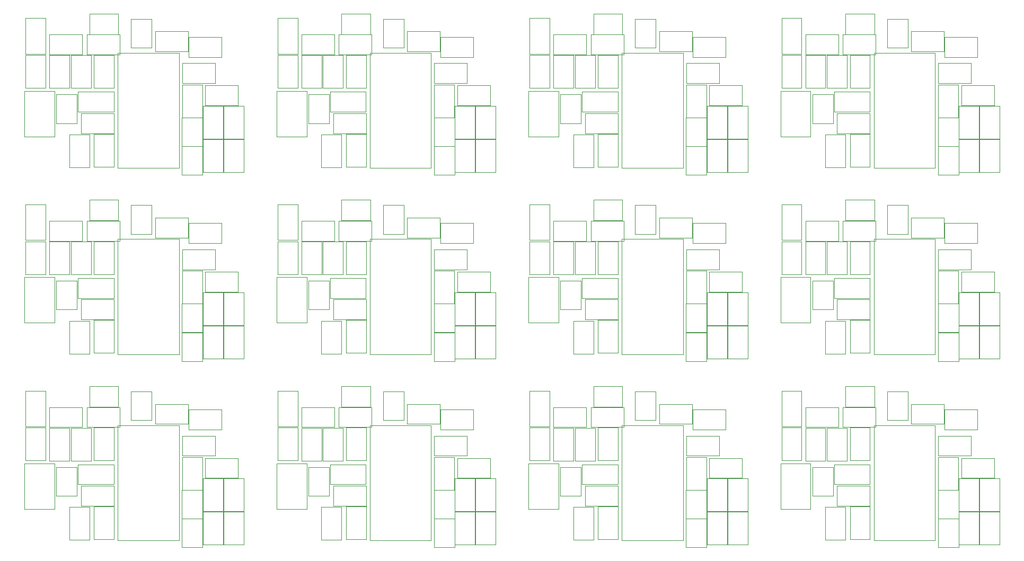
<source format=gbr>
G04 #@! TF.FileFunction,Other,User*
%FSLAX46Y46*%
G04 Gerber Fmt 4.6, Leading zero omitted, Abs format (unit mm)*
G04 Created by KiCad (PCBNEW 4.0.6-e0-6349~53~ubuntu16.04.1) date Sat Mar 11 21:42:00 2017*
%MOMM*%
%LPD*%
G01*
G04 APERTURE LIST*
%ADD10C,0.100000*%
%ADD11C,0.050000*%
G04 APERTURE END LIST*
D10*
D11*
X143249920Y-87329300D02*
X139949920Y-87329300D01*
X139949920Y-87329300D02*
X139949920Y-91929300D01*
X139949920Y-91929300D02*
X143249920Y-91929300D01*
X143249920Y-91929300D02*
X143249920Y-87329300D01*
X135046920Y-80835300D02*
X138246920Y-80835300D01*
X138246920Y-80835300D02*
X138246920Y-75135300D01*
X138246920Y-75135300D02*
X135046920Y-75135300D01*
X135046920Y-75135300D02*
X135046920Y-80835300D01*
X143428920Y-86906300D02*
X143428920Y-90106300D01*
X143428920Y-90106300D02*
X149128920Y-90106300D01*
X149128920Y-90106300D02*
X149128920Y-86906300D01*
X149128920Y-86906300D02*
X143428920Y-86906300D01*
X165297920Y-85534300D02*
X165297920Y-82334300D01*
X165297920Y-82334300D02*
X160047920Y-82334300D01*
X160047920Y-82334300D02*
X160047920Y-85534300D01*
X160047920Y-85534300D02*
X165297920Y-85534300D01*
X161081920Y-78143300D02*
X161081920Y-81343300D01*
X161081920Y-81343300D02*
X166331920Y-81343300D01*
X166331920Y-81343300D02*
X166331920Y-78143300D01*
X166331920Y-78143300D02*
X161081920Y-78143300D01*
X155747920Y-77254300D02*
X155747920Y-80454300D01*
X155747920Y-80454300D02*
X160997920Y-80454300D01*
X160997920Y-80454300D02*
X160997920Y-77254300D01*
X160997920Y-77254300D02*
X155747920Y-77254300D01*
X163748920Y-85890300D02*
X163748920Y-89090300D01*
X163748920Y-89090300D02*
X168998920Y-89090300D01*
X168998920Y-89090300D02*
X168998920Y-85890300D01*
X168998920Y-85890300D02*
X163748920Y-85890300D01*
X163367920Y-99758300D02*
X166567920Y-99758300D01*
X166567920Y-99758300D02*
X166567920Y-94508300D01*
X166567920Y-94508300D02*
X163367920Y-94508300D01*
X163367920Y-94508300D02*
X163367920Y-99758300D01*
X166669920Y-94424300D02*
X169869920Y-94424300D01*
X169869920Y-94424300D02*
X169869920Y-89174300D01*
X169869920Y-89174300D02*
X166669920Y-89174300D01*
X166669920Y-89174300D02*
X166669920Y-94424300D01*
X160065920Y-90995300D02*
X163265920Y-90995300D01*
X163265920Y-90995300D02*
X163265920Y-85745300D01*
X163265920Y-85745300D02*
X160065920Y-85745300D01*
X160065920Y-85745300D02*
X160065920Y-90995300D01*
X163367920Y-94424300D02*
X166567920Y-94424300D01*
X166567920Y-94424300D02*
X166567920Y-89174300D01*
X166567920Y-89174300D02*
X163367920Y-89174300D01*
X163367920Y-89174300D02*
X163367920Y-94424300D01*
X166669920Y-99758300D02*
X169869920Y-99758300D01*
X169869920Y-99758300D02*
X169869920Y-94508300D01*
X169869920Y-94508300D02*
X166669920Y-94508300D01*
X166669920Y-94508300D02*
X166669920Y-99758300D01*
X145968920Y-98869300D02*
X149168920Y-98869300D01*
X149168920Y-98869300D02*
X149168920Y-93619300D01*
X149168920Y-93619300D02*
X145968920Y-93619300D01*
X145968920Y-93619300D02*
X145968920Y-98869300D01*
X142031920Y-98996300D02*
X145231920Y-98996300D01*
X145231920Y-98996300D02*
X145231920Y-93746300D01*
X145231920Y-93746300D02*
X142031920Y-93746300D01*
X142031920Y-93746300D02*
X142031920Y-98996300D01*
X149168920Y-93535300D02*
X149168920Y-90335300D01*
X149168920Y-90335300D02*
X143918920Y-90335300D01*
X143918920Y-90335300D02*
X143918920Y-93535300D01*
X143918920Y-93535300D02*
X149168920Y-93535300D01*
X145968920Y-86296300D02*
X149168920Y-86296300D01*
X149168920Y-86296300D02*
X149168920Y-81046300D01*
X149168920Y-81046300D02*
X145968920Y-81046300D01*
X145968920Y-81046300D02*
X145968920Y-86296300D01*
X145485920Y-81064300D02*
X142285920Y-81064300D01*
X142285920Y-81064300D02*
X142285920Y-86314300D01*
X142285920Y-86314300D02*
X145485920Y-86314300D01*
X145485920Y-86314300D02*
X145485920Y-81064300D01*
X144825920Y-77762300D02*
X144825920Y-80962300D01*
X144825920Y-80962300D02*
X150075920Y-80962300D01*
X150075920Y-80962300D02*
X150075920Y-77762300D01*
X150075920Y-77762300D02*
X144825920Y-77762300D01*
X138856920Y-77762300D02*
X138856920Y-80962300D01*
X138856920Y-80962300D02*
X144106920Y-80962300D01*
X144106920Y-80962300D02*
X144106920Y-77762300D01*
X144106920Y-77762300D02*
X138856920Y-77762300D01*
X135046920Y-86296300D02*
X138246920Y-86296300D01*
X138246920Y-86296300D02*
X138246920Y-81046300D01*
X138246920Y-81046300D02*
X135046920Y-81046300D01*
X135046920Y-81046300D02*
X135046920Y-86296300D01*
X142056920Y-81064300D02*
X138856920Y-81064300D01*
X138856920Y-81064300D02*
X138856920Y-86314300D01*
X138856920Y-86314300D02*
X142056920Y-86314300D01*
X142056920Y-86314300D02*
X142056920Y-81064300D01*
X149770920Y-80683300D02*
X149770920Y-99083300D01*
X149770920Y-99083300D02*
X159570920Y-99083300D01*
X159570920Y-99083300D02*
X159570920Y-80683300D01*
X159570920Y-80683300D02*
X149770920Y-80683300D01*
X139681920Y-86771300D02*
X139681920Y-94051300D01*
X139681920Y-86771300D02*
X134881920Y-86771300D01*
X134881920Y-94051300D02*
X139681920Y-94051300D01*
X134881920Y-94051300D02*
X134881920Y-86771300D01*
X163315920Y-91012300D02*
X160015920Y-91012300D01*
X160015920Y-91012300D02*
X160015920Y-95612300D01*
X160015920Y-95612300D02*
X163315920Y-95612300D01*
X163315920Y-95612300D02*
X163315920Y-91012300D01*
X155187920Y-75264300D02*
X151887920Y-75264300D01*
X151887920Y-75264300D02*
X151887920Y-79864300D01*
X151887920Y-79864300D02*
X155187920Y-79864300D01*
X155187920Y-79864300D02*
X155187920Y-75264300D01*
X145248920Y-74410300D02*
X145248920Y-77710300D01*
X145248920Y-77710300D02*
X149848920Y-77710300D01*
X149848920Y-77710300D02*
X149848920Y-74410300D01*
X149848920Y-74410300D02*
X145248920Y-74410300D01*
X163315920Y-95584300D02*
X160015920Y-95584300D01*
X160015920Y-95584300D02*
X160015920Y-100184300D01*
X160015920Y-100184300D02*
X163315920Y-100184300D01*
X163315920Y-100184300D02*
X163315920Y-95584300D01*
X123059460Y-95584300D02*
X119759460Y-95584300D01*
X119759460Y-95584300D02*
X119759460Y-100184300D01*
X119759460Y-100184300D02*
X123059460Y-100184300D01*
X123059460Y-100184300D02*
X123059460Y-95584300D01*
X104992460Y-74410300D02*
X104992460Y-77710300D01*
X104992460Y-77710300D02*
X109592460Y-77710300D01*
X109592460Y-77710300D02*
X109592460Y-74410300D01*
X109592460Y-74410300D02*
X104992460Y-74410300D01*
X114931460Y-75264300D02*
X111631460Y-75264300D01*
X111631460Y-75264300D02*
X111631460Y-79864300D01*
X111631460Y-79864300D02*
X114931460Y-79864300D01*
X114931460Y-79864300D02*
X114931460Y-75264300D01*
X123059460Y-91012300D02*
X119759460Y-91012300D01*
X119759460Y-91012300D02*
X119759460Y-95612300D01*
X119759460Y-95612300D02*
X123059460Y-95612300D01*
X123059460Y-95612300D02*
X123059460Y-91012300D01*
X99425460Y-86771300D02*
X99425460Y-94051300D01*
X99425460Y-86771300D02*
X94625460Y-86771300D01*
X94625460Y-94051300D02*
X99425460Y-94051300D01*
X94625460Y-94051300D02*
X94625460Y-86771300D01*
X109514460Y-80683300D02*
X109514460Y-99083300D01*
X109514460Y-99083300D02*
X119314460Y-99083300D01*
X119314460Y-99083300D02*
X119314460Y-80683300D01*
X119314460Y-80683300D02*
X109514460Y-80683300D01*
X101800460Y-81064300D02*
X98600460Y-81064300D01*
X98600460Y-81064300D02*
X98600460Y-86314300D01*
X98600460Y-86314300D02*
X101800460Y-86314300D01*
X101800460Y-86314300D02*
X101800460Y-81064300D01*
X94790460Y-86296300D02*
X97990460Y-86296300D01*
X97990460Y-86296300D02*
X97990460Y-81046300D01*
X97990460Y-81046300D02*
X94790460Y-81046300D01*
X94790460Y-81046300D02*
X94790460Y-86296300D01*
X98600460Y-77762300D02*
X98600460Y-80962300D01*
X98600460Y-80962300D02*
X103850460Y-80962300D01*
X103850460Y-80962300D02*
X103850460Y-77762300D01*
X103850460Y-77762300D02*
X98600460Y-77762300D01*
X104569460Y-77762300D02*
X104569460Y-80962300D01*
X104569460Y-80962300D02*
X109819460Y-80962300D01*
X109819460Y-80962300D02*
X109819460Y-77762300D01*
X109819460Y-77762300D02*
X104569460Y-77762300D01*
X105229460Y-81064300D02*
X102029460Y-81064300D01*
X102029460Y-81064300D02*
X102029460Y-86314300D01*
X102029460Y-86314300D02*
X105229460Y-86314300D01*
X105229460Y-86314300D02*
X105229460Y-81064300D01*
X105712460Y-86296300D02*
X108912460Y-86296300D01*
X108912460Y-86296300D02*
X108912460Y-81046300D01*
X108912460Y-81046300D02*
X105712460Y-81046300D01*
X105712460Y-81046300D02*
X105712460Y-86296300D01*
X108912460Y-93535300D02*
X108912460Y-90335300D01*
X108912460Y-90335300D02*
X103662460Y-90335300D01*
X103662460Y-90335300D02*
X103662460Y-93535300D01*
X103662460Y-93535300D02*
X108912460Y-93535300D01*
X101775460Y-98996300D02*
X104975460Y-98996300D01*
X104975460Y-98996300D02*
X104975460Y-93746300D01*
X104975460Y-93746300D02*
X101775460Y-93746300D01*
X101775460Y-93746300D02*
X101775460Y-98996300D01*
X105712460Y-98869300D02*
X108912460Y-98869300D01*
X108912460Y-98869300D02*
X108912460Y-93619300D01*
X108912460Y-93619300D02*
X105712460Y-93619300D01*
X105712460Y-93619300D02*
X105712460Y-98869300D01*
X126413460Y-99758300D02*
X129613460Y-99758300D01*
X129613460Y-99758300D02*
X129613460Y-94508300D01*
X129613460Y-94508300D02*
X126413460Y-94508300D01*
X126413460Y-94508300D02*
X126413460Y-99758300D01*
X123111460Y-94424300D02*
X126311460Y-94424300D01*
X126311460Y-94424300D02*
X126311460Y-89174300D01*
X126311460Y-89174300D02*
X123111460Y-89174300D01*
X123111460Y-89174300D02*
X123111460Y-94424300D01*
X119809460Y-90995300D02*
X123009460Y-90995300D01*
X123009460Y-90995300D02*
X123009460Y-85745300D01*
X123009460Y-85745300D02*
X119809460Y-85745300D01*
X119809460Y-85745300D02*
X119809460Y-90995300D01*
X126413460Y-94424300D02*
X129613460Y-94424300D01*
X129613460Y-94424300D02*
X129613460Y-89174300D01*
X129613460Y-89174300D02*
X126413460Y-89174300D01*
X126413460Y-89174300D02*
X126413460Y-94424300D01*
X123111460Y-99758300D02*
X126311460Y-99758300D01*
X126311460Y-99758300D02*
X126311460Y-94508300D01*
X126311460Y-94508300D02*
X123111460Y-94508300D01*
X123111460Y-94508300D02*
X123111460Y-99758300D01*
X123492460Y-85890300D02*
X123492460Y-89090300D01*
X123492460Y-89090300D02*
X128742460Y-89090300D01*
X128742460Y-89090300D02*
X128742460Y-85890300D01*
X128742460Y-85890300D02*
X123492460Y-85890300D01*
X115491460Y-77254300D02*
X115491460Y-80454300D01*
X115491460Y-80454300D02*
X120741460Y-80454300D01*
X120741460Y-80454300D02*
X120741460Y-77254300D01*
X120741460Y-77254300D02*
X115491460Y-77254300D01*
X120825460Y-78143300D02*
X120825460Y-81343300D01*
X120825460Y-81343300D02*
X126075460Y-81343300D01*
X126075460Y-81343300D02*
X126075460Y-78143300D01*
X126075460Y-78143300D02*
X120825460Y-78143300D01*
X125041460Y-85534300D02*
X125041460Y-82334300D01*
X125041460Y-82334300D02*
X119791460Y-82334300D01*
X119791460Y-82334300D02*
X119791460Y-85534300D01*
X119791460Y-85534300D02*
X125041460Y-85534300D01*
X103172460Y-86906300D02*
X103172460Y-90106300D01*
X103172460Y-90106300D02*
X108872460Y-90106300D01*
X108872460Y-90106300D02*
X108872460Y-86906300D01*
X108872460Y-86906300D02*
X103172460Y-86906300D01*
X94790460Y-80835300D02*
X97990460Y-80835300D01*
X97990460Y-80835300D02*
X97990460Y-75135300D01*
X97990460Y-75135300D02*
X94790460Y-75135300D01*
X94790460Y-75135300D02*
X94790460Y-80835300D01*
X102993460Y-87329300D02*
X99693460Y-87329300D01*
X99693460Y-87329300D02*
X99693460Y-91929300D01*
X99693460Y-91929300D02*
X102993460Y-91929300D01*
X102993460Y-91929300D02*
X102993460Y-87329300D01*
X62737000Y-87329300D02*
X59437000Y-87329300D01*
X59437000Y-87329300D02*
X59437000Y-91929300D01*
X59437000Y-91929300D02*
X62737000Y-91929300D01*
X62737000Y-91929300D02*
X62737000Y-87329300D01*
X54534000Y-80835300D02*
X57734000Y-80835300D01*
X57734000Y-80835300D02*
X57734000Y-75135300D01*
X57734000Y-75135300D02*
X54534000Y-75135300D01*
X54534000Y-75135300D02*
X54534000Y-80835300D01*
X62916000Y-86906300D02*
X62916000Y-90106300D01*
X62916000Y-90106300D02*
X68616000Y-90106300D01*
X68616000Y-90106300D02*
X68616000Y-86906300D01*
X68616000Y-86906300D02*
X62916000Y-86906300D01*
X84785000Y-85534300D02*
X84785000Y-82334300D01*
X84785000Y-82334300D02*
X79535000Y-82334300D01*
X79535000Y-82334300D02*
X79535000Y-85534300D01*
X79535000Y-85534300D02*
X84785000Y-85534300D01*
X80569000Y-78143300D02*
X80569000Y-81343300D01*
X80569000Y-81343300D02*
X85819000Y-81343300D01*
X85819000Y-81343300D02*
X85819000Y-78143300D01*
X85819000Y-78143300D02*
X80569000Y-78143300D01*
X75235000Y-77254300D02*
X75235000Y-80454300D01*
X75235000Y-80454300D02*
X80485000Y-80454300D01*
X80485000Y-80454300D02*
X80485000Y-77254300D01*
X80485000Y-77254300D02*
X75235000Y-77254300D01*
X83236000Y-85890300D02*
X83236000Y-89090300D01*
X83236000Y-89090300D02*
X88486000Y-89090300D01*
X88486000Y-89090300D02*
X88486000Y-85890300D01*
X88486000Y-85890300D02*
X83236000Y-85890300D01*
X82855000Y-99758300D02*
X86055000Y-99758300D01*
X86055000Y-99758300D02*
X86055000Y-94508300D01*
X86055000Y-94508300D02*
X82855000Y-94508300D01*
X82855000Y-94508300D02*
X82855000Y-99758300D01*
X86157000Y-94424300D02*
X89357000Y-94424300D01*
X89357000Y-94424300D02*
X89357000Y-89174300D01*
X89357000Y-89174300D02*
X86157000Y-89174300D01*
X86157000Y-89174300D02*
X86157000Y-94424300D01*
X79553000Y-90995300D02*
X82753000Y-90995300D01*
X82753000Y-90995300D02*
X82753000Y-85745300D01*
X82753000Y-85745300D02*
X79553000Y-85745300D01*
X79553000Y-85745300D02*
X79553000Y-90995300D01*
X82855000Y-94424300D02*
X86055000Y-94424300D01*
X86055000Y-94424300D02*
X86055000Y-89174300D01*
X86055000Y-89174300D02*
X82855000Y-89174300D01*
X82855000Y-89174300D02*
X82855000Y-94424300D01*
X86157000Y-99758300D02*
X89357000Y-99758300D01*
X89357000Y-99758300D02*
X89357000Y-94508300D01*
X89357000Y-94508300D02*
X86157000Y-94508300D01*
X86157000Y-94508300D02*
X86157000Y-99758300D01*
X65456000Y-98869300D02*
X68656000Y-98869300D01*
X68656000Y-98869300D02*
X68656000Y-93619300D01*
X68656000Y-93619300D02*
X65456000Y-93619300D01*
X65456000Y-93619300D02*
X65456000Y-98869300D01*
X61519000Y-98996300D02*
X64719000Y-98996300D01*
X64719000Y-98996300D02*
X64719000Y-93746300D01*
X64719000Y-93746300D02*
X61519000Y-93746300D01*
X61519000Y-93746300D02*
X61519000Y-98996300D01*
X68656000Y-93535300D02*
X68656000Y-90335300D01*
X68656000Y-90335300D02*
X63406000Y-90335300D01*
X63406000Y-90335300D02*
X63406000Y-93535300D01*
X63406000Y-93535300D02*
X68656000Y-93535300D01*
X65456000Y-86296300D02*
X68656000Y-86296300D01*
X68656000Y-86296300D02*
X68656000Y-81046300D01*
X68656000Y-81046300D02*
X65456000Y-81046300D01*
X65456000Y-81046300D02*
X65456000Y-86296300D01*
X64973000Y-81064300D02*
X61773000Y-81064300D01*
X61773000Y-81064300D02*
X61773000Y-86314300D01*
X61773000Y-86314300D02*
X64973000Y-86314300D01*
X64973000Y-86314300D02*
X64973000Y-81064300D01*
X64313000Y-77762300D02*
X64313000Y-80962300D01*
X64313000Y-80962300D02*
X69563000Y-80962300D01*
X69563000Y-80962300D02*
X69563000Y-77762300D01*
X69563000Y-77762300D02*
X64313000Y-77762300D01*
X58344000Y-77762300D02*
X58344000Y-80962300D01*
X58344000Y-80962300D02*
X63594000Y-80962300D01*
X63594000Y-80962300D02*
X63594000Y-77762300D01*
X63594000Y-77762300D02*
X58344000Y-77762300D01*
X54534000Y-86296300D02*
X57734000Y-86296300D01*
X57734000Y-86296300D02*
X57734000Y-81046300D01*
X57734000Y-81046300D02*
X54534000Y-81046300D01*
X54534000Y-81046300D02*
X54534000Y-86296300D01*
X61544000Y-81064300D02*
X58344000Y-81064300D01*
X58344000Y-81064300D02*
X58344000Y-86314300D01*
X58344000Y-86314300D02*
X61544000Y-86314300D01*
X61544000Y-86314300D02*
X61544000Y-81064300D01*
X69258000Y-80683300D02*
X69258000Y-99083300D01*
X69258000Y-99083300D02*
X79058000Y-99083300D01*
X79058000Y-99083300D02*
X79058000Y-80683300D01*
X79058000Y-80683300D02*
X69258000Y-80683300D01*
X59169000Y-86771300D02*
X59169000Y-94051300D01*
X59169000Y-86771300D02*
X54369000Y-86771300D01*
X54369000Y-94051300D02*
X59169000Y-94051300D01*
X54369000Y-94051300D02*
X54369000Y-86771300D01*
X82803000Y-91012300D02*
X79503000Y-91012300D01*
X79503000Y-91012300D02*
X79503000Y-95612300D01*
X79503000Y-95612300D02*
X82803000Y-95612300D01*
X82803000Y-95612300D02*
X82803000Y-91012300D01*
X74675000Y-75264300D02*
X71375000Y-75264300D01*
X71375000Y-75264300D02*
X71375000Y-79864300D01*
X71375000Y-79864300D02*
X74675000Y-79864300D01*
X74675000Y-79864300D02*
X74675000Y-75264300D01*
X64736000Y-74410300D02*
X64736000Y-77710300D01*
X64736000Y-77710300D02*
X69336000Y-77710300D01*
X69336000Y-77710300D02*
X69336000Y-74410300D01*
X69336000Y-74410300D02*
X64736000Y-74410300D01*
X82803000Y-95584300D02*
X79503000Y-95584300D01*
X79503000Y-95584300D02*
X79503000Y-100184300D01*
X79503000Y-100184300D02*
X82803000Y-100184300D01*
X82803000Y-100184300D02*
X82803000Y-95584300D01*
X42544000Y-95584300D02*
X39244000Y-95584300D01*
X39244000Y-95584300D02*
X39244000Y-100184300D01*
X39244000Y-100184300D02*
X42544000Y-100184300D01*
X42544000Y-100184300D02*
X42544000Y-95584300D01*
X24477000Y-74410300D02*
X24477000Y-77710300D01*
X24477000Y-77710300D02*
X29077000Y-77710300D01*
X29077000Y-77710300D02*
X29077000Y-74410300D01*
X29077000Y-74410300D02*
X24477000Y-74410300D01*
X34416000Y-75264300D02*
X31116000Y-75264300D01*
X31116000Y-75264300D02*
X31116000Y-79864300D01*
X31116000Y-79864300D02*
X34416000Y-79864300D01*
X34416000Y-79864300D02*
X34416000Y-75264300D01*
X42544000Y-91012300D02*
X39244000Y-91012300D01*
X39244000Y-91012300D02*
X39244000Y-95612300D01*
X39244000Y-95612300D02*
X42544000Y-95612300D01*
X42544000Y-95612300D02*
X42544000Y-91012300D01*
X18910000Y-86771300D02*
X18910000Y-94051300D01*
X18910000Y-86771300D02*
X14110000Y-86771300D01*
X14110000Y-94051300D02*
X18910000Y-94051300D01*
X14110000Y-94051300D02*
X14110000Y-86771300D01*
X28999000Y-80683300D02*
X28999000Y-99083300D01*
X28999000Y-99083300D02*
X38799000Y-99083300D01*
X38799000Y-99083300D02*
X38799000Y-80683300D01*
X38799000Y-80683300D02*
X28999000Y-80683300D01*
X21285000Y-81064300D02*
X18085000Y-81064300D01*
X18085000Y-81064300D02*
X18085000Y-86314300D01*
X18085000Y-86314300D02*
X21285000Y-86314300D01*
X21285000Y-86314300D02*
X21285000Y-81064300D01*
X14275000Y-86296300D02*
X17475000Y-86296300D01*
X17475000Y-86296300D02*
X17475000Y-81046300D01*
X17475000Y-81046300D02*
X14275000Y-81046300D01*
X14275000Y-81046300D02*
X14275000Y-86296300D01*
X18085000Y-77762300D02*
X18085000Y-80962300D01*
X18085000Y-80962300D02*
X23335000Y-80962300D01*
X23335000Y-80962300D02*
X23335000Y-77762300D01*
X23335000Y-77762300D02*
X18085000Y-77762300D01*
X24054000Y-77762300D02*
X24054000Y-80962300D01*
X24054000Y-80962300D02*
X29304000Y-80962300D01*
X29304000Y-80962300D02*
X29304000Y-77762300D01*
X29304000Y-77762300D02*
X24054000Y-77762300D01*
X24714000Y-81064300D02*
X21514000Y-81064300D01*
X21514000Y-81064300D02*
X21514000Y-86314300D01*
X21514000Y-86314300D02*
X24714000Y-86314300D01*
X24714000Y-86314300D02*
X24714000Y-81064300D01*
X25197000Y-86296300D02*
X28397000Y-86296300D01*
X28397000Y-86296300D02*
X28397000Y-81046300D01*
X28397000Y-81046300D02*
X25197000Y-81046300D01*
X25197000Y-81046300D02*
X25197000Y-86296300D01*
X28397000Y-93535300D02*
X28397000Y-90335300D01*
X28397000Y-90335300D02*
X23147000Y-90335300D01*
X23147000Y-90335300D02*
X23147000Y-93535300D01*
X23147000Y-93535300D02*
X28397000Y-93535300D01*
X21260000Y-98996300D02*
X24460000Y-98996300D01*
X24460000Y-98996300D02*
X24460000Y-93746300D01*
X24460000Y-93746300D02*
X21260000Y-93746300D01*
X21260000Y-93746300D02*
X21260000Y-98996300D01*
X25197000Y-98869300D02*
X28397000Y-98869300D01*
X28397000Y-98869300D02*
X28397000Y-93619300D01*
X28397000Y-93619300D02*
X25197000Y-93619300D01*
X25197000Y-93619300D02*
X25197000Y-98869300D01*
X45898000Y-99758300D02*
X49098000Y-99758300D01*
X49098000Y-99758300D02*
X49098000Y-94508300D01*
X49098000Y-94508300D02*
X45898000Y-94508300D01*
X45898000Y-94508300D02*
X45898000Y-99758300D01*
X42596000Y-94424300D02*
X45796000Y-94424300D01*
X45796000Y-94424300D02*
X45796000Y-89174300D01*
X45796000Y-89174300D02*
X42596000Y-89174300D01*
X42596000Y-89174300D02*
X42596000Y-94424300D01*
X39294000Y-90995300D02*
X42494000Y-90995300D01*
X42494000Y-90995300D02*
X42494000Y-85745300D01*
X42494000Y-85745300D02*
X39294000Y-85745300D01*
X39294000Y-85745300D02*
X39294000Y-90995300D01*
X45898000Y-94424300D02*
X49098000Y-94424300D01*
X49098000Y-94424300D02*
X49098000Y-89174300D01*
X49098000Y-89174300D02*
X45898000Y-89174300D01*
X45898000Y-89174300D02*
X45898000Y-94424300D01*
X42596000Y-99758300D02*
X45796000Y-99758300D01*
X45796000Y-99758300D02*
X45796000Y-94508300D01*
X45796000Y-94508300D02*
X42596000Y-94508300D01*
X42596000Y-94508300D02*
X42596000Y-99758300D01*
X42977000Y-85890300D02*
X42977000Y-89090300D01*
X42977000Y-89090300D02*
X48227000Y-89090300D01*
X48227000Y-89090300D02*
X48227000Y-85890300D01*
X48227000Y-85890300D02*
X42977000Y-85890300D01*
X34976000Y-77254300D02*
X34976000Y-80454300D01*
X34976000Y-80454300D02*
X40226000Y-80454300D01*
X40226000Y-80454300D02*
X40226000Y-77254300D01*
X40226000Y-77254300D02*
X34976000Y-77254300D01*
X40310000Y-78143300D02*
X40310000Y-81343300D01*
X40310000Y-81343300D02*
X45560000Y-81343300D01*
X45560000Y-81343300D02*
X45560000Y-78143300D01*
X45560000Y-78143300D02*
X40310000Y-78143300D01*
X44526000Y-85534300D02*
X44526000Y-82334300D01*
X44526000Y-82334300D02*
X39276000Y-82334300D01*
X39276000Y-82334300D02*
X39276000Y-85534300D01*
X39276000Y-85534300D02*
X44526000Y-85534300D01*
X22657000Y-86906300D02*
X22657000Y-90106300D01*
X22657000Y-90106300D02*
X28357000Y-90106300D01*
X28357000Y-90106300D02*
X28357000Y-86906300D01*
X28357000Y-86906300D02*
X22657000Y-86906300D01*
X14275000Y-80835300D02*
X17475000Y-80835300D01*
X17475000Y-80835300D02*
X17475000Y-75135300D01*
X17475000Y-75135300D02*
X14275000Y-75135300D01*
X14275000Y-75135300D02*
X14275000Y-80835300D01*
X22478000Y-87329300D02*
X19178000Y-87329300D01*
X19178000Y-87329300D02*
X19178000Y-91929300D01*
X19178000Y-91929300D02*
X22478000Y-91929300D01*
X22478000Y-91929300D02*
X22478000Y-87329300D01*
X22478000Y-57542720D02*
X19178000Y-57542720D01*
X19178000Y-57542720D02*
X19178000Y-62142720D01*
X19178000Y-62142720D02*
X22478000Y-62142720D01*
X22478000Y-62142720D02*
X22478000Y-57542720D01*
X14275000Y-51048720D02*
X17475000Y-51048720D01*
X17475000Y-51048720D02*
X17475000Y-45348720D01*
X17475000Y-45348720D02*
X14275000Y-45348720D01*
X14275000Y-45348720D02*
X14275000Y-51048720D01*
X22657000Y-57119720D02*
X22657000Y-60319720D01*
X22657000Y-60319720D02*
X28357000Y-60319720D01*
X28357000Y-60319720D02*
X28357000Y-57119720D01*
X28357000Y-57119720D02*
X22657000Y-57119720D01*
X44526000Y-55747720D02*
X44526000Y-52547720D01*
X44526000Y-52547720D02*
X39276000Y-52547720D01*
X39276000Y-52547720D02*
X39276000Y-55747720D01*
X39276000Y-55747720D02*
X44526000Y-55747720D01*
X40310000Y-48356720D02*
X40310000Y-51556720D01*
X40310000Y-51556720D02*
X45560000Y-51556720D01*
X45560000Y-51556720D02*
X45560000Y-48356720D01*
X45560000Y-48356720D02*
X40310000Y-48356720D01*
X34976000Y-47467720D02*
X34976000Y-50667720D01*
X34976000Y-50667720D02*
X40226000Y-50667720D01*
X40226000Y-50667720D02*
X40226000Y-47467720D01*
X40226000Y-47467720D02*
X34976000Y-47467720D01*
X42977000Y-56103720D02*
X42977000Y-59303720D01*
X42977000Y-59303720D02*
X48227000Y-59303720D01*
X48227000Y-59303720D02*
X48227000Y-56103720D01*
X48227000Y-56103720D02*
X42977000Y-56103720D01*
X42596000Y-69971720D02*
X45796000Y-69971720D01*
X45796000Y-69971720D02*
X45796000Y-64721720D01*
X45796000Y-64721720D02*
X42596000Y-64721720D01*
X42596000Y-64721720D02*
X42596000Y-69971720D01*
X45898000Y-64637720D02*
X49098000Y-64637720D01*
X49098000Y-64637720D02*
X49098000Y-59387720D01*
X49098000Y-59387720D02*
X45898000Y-59387720D01*
X45898000Y-59387720D02*
X45898000Y-64637720D01*
X39294000Y-61208720D02*
X42494000Y-61208720D01*
X42494000Y-61208720D02*
X42494000Y-55958720D01*
X42494000Y-55958720D02*
X39294000Y-55958720D01*
X39294000Y-55958720D02*
X39294000Y-61208720D01*
X42596000Y-64637720D02*
X45796000Y-64637720D01*
X45796000Y-64637720D02*
X45796000Y-59387720D01*
X45796000Y-59387720D02*
X42596000Y-59387720D01*
X42596000Y-59387720D02*
X42596000Y-64637720D01*
X45898000Y-69971720D02*
X49098000Y-69971720D01*
X49098000Y-69971720D02*
X49098000Y-64721720D01*
X49098000Y-64721720D02*
X45898000Y-64721720D01*
X45898000Y-64721720D02*
X45898000Y-69971720D01*
X25197000Y-69082720D02*
X28397000Y-69082720D01*
X28397000Y-69082720D02*
X28397000Y-63832720D01*
X28397000Y-63832720D02*
X25197000Y-63832720D01*
X25197000Y-63832720D02*
X25197000Y-69082720D01*
X21260000Y-69209720D02*
X24460000Y-69209720D01*
X24460000Y-69209720D02*
X24460000Y-63959720D01*
X24460000Y-63959720D02*
X21260000Y-63959720D01*
X21260000Y-63959720D02*
X21260000Y-69209720D01*
X28397000Y-63748720D02*
X28397000Y-60548720D01*
X28397000Y-60548720D02*
X23147000Y-60548720D01*
X23147000Y-60548720D02*
X23147000Y-63748720D01*
X23147000Y-63748720D02*
X28397000Y-63748720D01*
X25197000Y-56509720D02*
X28397000Y-56509720D01*
X28397000Y-56509720D02*
X28397000Y-51259720D01*
X28397000Y-51259720D02*
X25197000Y-51259720D01*
X25197000Y-51259720D02*
X25197000Y-56509720D01*
X24714000Y-51277720D02*
X21514000Y-51277720D01*
X21514000Y-51277720D02*
X21514000Y-56527720D01*
X21514000Y-56527720D02*
X24714000Y-56527720D01*
X24714000Y-56527720D02*
X24714000Y-51277720D01*
X24054000Y-47975720D02*
X24054000Y-51175720D01*
X24054000Y-51175720D02*
X29304000Y-51175720D01*
X29304000Y-51175720D02*
X29304000Y-47975720D01*
X29304000Y-47975720D02*
X24054000Y-47975720D01*
X18085000Y-47975720D02*
X18085000Y-51175720D01*
X18085000Y-51175720D02*
X23335000Y-51175720D01*
X23335000Y-51175720D02*
X23335000Y-47975720D01*
X23335000Y-47975720D02*
X18085000Y-47975720D01*
X14275000Y-56509720D02*
X17475000Y-56509720D01*
X17475000Y-56509720D02*
X17475000Y-51259720D01*
X17475000Y-51259720D02*
X14275000Y-51259720D01*
X14275000Y-51259720D02*
X14275000Y-56509720D01*
X21285000Y-51277720D02*
X18085000Y-51277720D01*
X18085000Y-51277720D02*
X18085000Y-56527720D01*
X18085000Y-56527720D02*
X21285000Y-56527720D01*
X21285000Y-56527720D02*
X21285000Y-51277720D01*
X28999000Y-50896720D02*
X28999000Y-69296720D01*
X28999000Y-69296720D02*
X38799000Y-69296720D01*
X38799000Y-69296720D02*
X38799000Y-50896720D01*
X38799000Y-50896720D02*
X28999000Y-50896720D01*
X18910000Y-56984720D02*
X18910000Y-64264720D01*
X18910000Y-56984720D02*
X14110000Y-56984720D01*
X14110000Y-64264720D02*
X18910000Y-64264720D01*
X14110000Y-64264720D02*
X14110000Y-56984720D01*
X42544000Y-61225720D02*
X39244000Y-61225720D01*
X39244000Y-61225720D02*
X39244000Y-65825720D01*
X39244000Y-65825720D02*
X42544000Y-65825720D01*
X42544000Y-65825720D02*
X42544000Y-61225720D01*
X34416000Y-45477720D02*
X31116000Y-45477720D01*
X31116000Y-45477720D02*
X31116000Y-50077720D01*
X31116000Y-50077720D02*
X34416000Y-50077720D01*
X34416000Y-50077720D02*
X34416000Y-45477720D01*
X24477000Y-44623720D02*
X24477000Y-47923720D01*
X24477000Y-47923720D02*
X29077000Y-47923720D01*
X29077000Y-47923720D02*
X29077000Y-44623720D01*
X29077000Y-44623720D02*
X24477000Y-44623720D01*
X42544000Y-65797720D02*
X39244000Y-65797720D01*
X39244000Y-65797720D02*
X39244000Y-70397720D01*
X39244000Y-70397720D02*
X42544000Y-70397720D01*
X42544000Y-70397720D02*
X42544000Y-65797720D01*
X82803000Y-65797720D02*
X79503000Y-65797720D01*
X79503000Y-65797720D02*
X79503000Y-70397720D01*
X79503000Y-70397720D02*
X82803000Y-70397720D01*
X82803000Y-70397720D02*
X82803000Y-65797720D01*
X64736000Y-44623720D02*
X64736000Y-47923720D01*
X64736000Y-47923720D02*
X69336000Y-47923720D01*
X69336000Y-47923720D02*
X69336000Y-44623720D01*
X69336000Y-44623720D02*
X64736000Y-44623720D01*
X74675000Y-45477720D02*
X71375000Y-45477720D01*
X71375000Y-45477720D02*
X71375000Y-50077720D01*
X71375000Y-50077720D02*
X74675000Y-50077720D01*
X74675000Y-50077720D02*
X74675000Y-45477720D01*
X82803000Y-61225720D02*
X79503000Y-61225720D01*
X79503000Y-61225720D02*
X79503000Y-65825720D01*
X79503000Y-65825720D02*
X82803000Y-65825720D01*
X82803000Y-65825720D02*
X82803000Y-61225720D01*
X59169000Y-56984720D02*
X59169000Y-64264720D01*
X59169000Y-56984720D02*
X54369000Y-56984720D01*
X54369000Y-64264720D02*
X59169000Y-64264720D01*
X54369000Y-64264720D02*
X54369000Y-56984720D01*
X69258000Y-50896720D02*
X69258000Y-69296720D01*
X69258000Y-69296720D02*
X79058000Y-69296720D01*
X79058000Y-69296720D02*
X79058000Y-50896720D01*
X79058000Y-50896720D02*
X69258000Y-50896720D01*
X61544000Y-51277720D02*
X58344000Y-51277720D01*
X58344000Y-51277720D02*
X58344000Y-56527720D01*
X58344000Y-56527720D02*
X61544000Y-56527720D01*
X61544000Y-56527720D02*
X61544000Y-51277720D01*
X54534000Y-56509720D02*
X57734000Y-56509720D01*
X57734000Y-56509720D02*
X57734000Y-51259720D01*
X57734000Y-51259720D02*
X54534000Y-51259720D01*
X54534000Y-51259720D02*
X54534000Y-56509720D01*
X58344000Y-47975720D02*
X58344000Y-51175720D01*
X58344000Y-51175720D02*
X63594000Y-51175720D01*
X63594000Y-51175720D02*
X63594000Y-47975720D01*
X63594000Y-47975720D02*
X58344000Y-47975720D01*
X64313000Y-47975720D02*
X64313000Y-51175720D01*
X64313000Y-51175720D02*
X69563000Y-51175720D01*
X69563000Y-51175720D02*
X69563000Y-47975720D01*
X69563000Y-47975720D02*
X64313000Y-47975720D01*
X64973000Y-51277720D02*
X61773000Y-51277720D01*
X61773000Y-51277720D02*
X61773000Y-56527720D01*
X61773000Y-56527720D02*
X64973000Y-56527720D01*
X64973000Y-56527720D02*
X64973000Y-51277720D01*
X65456000Y-56509720D02*
X68656000Y-56509720D01*
X68656000Y-56509720D02*
X68656000Y-51259720D01*
X68656000Y-51259720D02*
X65456000Y-51259720D01*
X65456000Y-51259720D02*
X65456000Y-56509720D01*
X68656000Y-63748720D02*
X68656000Y-60548720D01*
X68656000Y-60548720D02*
X63406000Y-60548720D01*
X63406000Y-60548720D02*
X63406000Y-63748720D01*
X63406000Y-63748720D02*
X68656000Y-63748720D01*
X61519000Y-69209720D02*
X64719000Y-69209720D01*
X64719000Y-69209720D02*
X64719000Y-63959720D01*
X64719000Y-63959720D02*
X61519000Y-63959720D01*
X61519000Y-63959720D02*
X61519000Y-69209720D01*
X65456000Y-69082720D02*
X68656000Y-69082720D01*
X68656000Y-69082720D02*
X68656000Y-63832720D01*
X68656000Y-63832720D02*
X65456000Y-63832720D01*
X65456000Y-63832720D02*
X65456000Y-69082720D01*
X86157000Y-69971720D02*
X89357000Y-69971720D01*
X89357000Y-69971720D02*
X89357000Y-64721720D01*
X89357000Y-64721720D02*
X86157000Y-64721720D01*
X86157000Y-64721720D02*
X86157000Y-69971720D01*
X82855000Y-64637720D02*
X86055000Y-64637720D01*
X86055000Y-64637720D02*
X86055000Y-59387720D01*
X86055000Y-59387720D02*
X82855000Y-59387720D01*
X82855000Y-59387720D02*
X82855000Y-64637720D01*
X79553000Y-61208720D02*
X82753000Y-61208720D01*
X82753000Y-61208720D02*
X82753000Y-55958720D01*
X82753000Y-55958720D02*
X79553000Y-55958720D01*
X79553000Y-55958720D02*
X79553000Y-61208720D01*
X86157000Y-64637720D02*
X89357000Y-64637720D01*
X89357000Y-64637720D02*
X89357000Y-59387720D01*
X89357000Y-59387720D02*
X86157000Y-59387720D01*
X86157000Y-59387720D02*
X86157000Y-64637720D01*
X82855000Y-69971720D02*
X86055000Y-69971720D01*
X86055000Y-69971720D02*
X86055000Y-64721720D01*
X86055000Y-64721720D02*
X82855000Y-64721720D01*
X82855000Y-64721720D02*
X82855000Y-69971720D01*
X83236000Y-56103720D02*
X83236000Y-59303720D01*
X83236000Y-59303720D02*
X88486000Y-59303720D01*
X88486000Y-59303720D02*
X88486000Y-56103720D01*
X88486000Y-56103720D02*
X83236000Y-56103720D01*
X75235000Y-47467720D02*
X75235000Y-50667720D01*
X75235000Y-50667720D02*
X80485000Y-50667720D01*
X80485000Y-50667720D02*
X80485000Y-47467720D01*
X80485000Y-47467720D02*
X75235000Y-47467720D01*
X80569000Y-48356720D02*
X80569000Y-51556720D01*
X80569000Y-51556720D02*
X85819000Y-51556720D01*
X85819000Y-51556720D02*
X85819000Y-48356720D01*
X85819000Y-48356720D02*
X80569000Y-48356720D01*
X84785000Y-55747720D02*
X84785000Y-52547720D01*
X84785000Y-52547720D02*
X79535000Y-52547720D01*
X79535000Y-52547720D02*
X79535000Y-55747720D01*
X79535000Y-55747720D02*
X84785000Y-55747720D01*
X62916000Y-57119720D02*
X62916000Y-60319720D01*
X62916000Y-60319720D02*
X68616000Y-60319720D01*
X68616000Y-60319720D02*
X68616000Y-57119720D01*
X68616000Y-57119720D02*
X62916000Y-57119720D01*
X54534000Y-51048720D02*
X57734000Y-51048720D01*
X57734000Y-51048720D02*
X57734000Y-45348720D01*
X57734000Y-45348720D02*
X54534000Y-45348720D01*
X54534000Y-45348720D02*
X54534000Y-51048720D01*
X62737000Y-57542720D02*
X59437000Y-57542720D01*
X59437000Y-57542720D02*
X59437000Y-62142720D01*
X59437000Y-62142720D02*
X62737000Y-62142720D01*
X62737000Y-62142720D02*
X62737000Y-57542720D01*
X102993460Y-57542720D02*
X99693460Y-57542720D01*
X99693460Y-57542720D02*
X99693460Y-62142720D01*
X99693460Y-62142720D02*
X102993460Y-62142720D01*
X102993460Y-62142720D02*
X102993460Y-57542720D01*
X94790460Y-51048720D02*
X97990460Y-51048720D01*
X97990460Y-51048720D02*
X97990460Y-45348720D01*
X97990460Y-45348720D02*
X94790460Y-45348720D01*
X94790460Y-45348720D02*
X94790460Y-51048720D01*
X103172460Y-57119720D02*
X103172460Y-60319720D01*
X103172460Y-60319720D02*
X108872460Y-60319720D01*
X108872460Y-60319720D02*
X108872460Y-57119720D01*
X108872460Y-57119720D02*
X103172460Y-57119720D01*
X125041460Y-55747720D02*
X125041460Y-52547720D01*
X125041460Y-52547720D02*
X119791460Y-52547720D01*
X119791460Y-52547720D02*
X119791460Y-55747720D01*
X119791460Y-55747720D02*
X125041460Y-55747720D01*
X120825460Y-48356720D02*
X120825460Y-51556720D01*
X120825460Y-51556720D02*
X126075460Y-51556720D01*
X126075460Y-51556720D02*
X126075460Y-48356720D01*
X126075460Y-48356720D02*
X120825460Y-48356720D01*
X115491460Y-47467720D02*
X115491460Y-50667720D01*
X115491460Y-50667720D02*
X120741460Y-50667720D01*
X120741460Y-50667720D02*
X120741460Y-47467720D01*
X120741460Y-47467720D02*
X115491460Y-47467720D01*
X123492460Y-56103720D02*
X123492460Y-59303720D01*
X123492460Y-59303720D02*
X128742460Y-59303720D01*
X128742460Y-59303720D02*
X128742460Y-56103720D01*
X128742460Y-56103720D02*
X123492460Y-56103720D01*
X123111460Y-69971720D02*
X126311460Y-69971720D01*
X126311460Y-69971720D02*
X126311460Y-64721720D01*
X126311460Y-64721720D02*
X123111460Y-64721720D01*
X123111460Y-64721720D02*
X123111460Y-69971720D01*
X126413460Y-64637720D02*
X129613460Y-64637720D01*
X129613460Y-64637720D02*
X129613460Y-59387720D01*
X129613460Y-59387720D02*
X126413460Y-59387720D01*
X126413460Y-59387720D02*
X126413460Y-64637720D01*
X119809460Y-61208720D02*
X123009460Y-61208720D01*
X123009460Y-61208720D02*
X123009460Y-55958720D01*
X123009460Y-55958720D02*
X119809460Y-55958720D01*
X119809460Y-55958720D02*
X119809460Y-61208720D01*
X123111460Y-64637720D02*
X126311460Y-64637720D01*
X126311460Y-64637720D02*
X126311460Y-59387720D01*
X126311460Y-59387720D02*
X123111460Y-59387720D01*
X123111460Y-59387720D02*
X123111460Y-64637720D01*
X126413460Y-69971720D02*
X129613460Y-69971720D01*
X129613460Y-69971720D02*
X129613460Y-64721720D01*
X129613460Y-64721720D02*
X126413460Y-64721720D01*
X126413460Y-64721720D02*
X126413460Y-69971720D01*
X105712460Y-69082720D02*
X108912460Y-69082720D01*
X108912460Y-69082720D02*
X108912460Y-63832720D01*
X108912460Y-63832720D02*
X105712460Y-63832720D01*
X105712460Y-63832720D02*
X105712460Y-69082720D01*
X101775460Y-69209720D02*
X104975460Y-69209720D01*
X104975460Y-69209720D02*
X104975460Y-63959720D01*
X104975460Y-63959720D02*
X101775460Y-63959720D01*
X101775460Y-63959720D02*
X101775460Y-69209720D01*
X108912460Y-63748720D02*
X108912460Y-60548720D01*
X108912460Y-60548720D02*
X103662460Y-60548720D01*
X103662460Y-60548720D02*
X103662460Y-63748720D01*
X103662460Y-63748720D02*
X108912460Y-63748720D01*
X105712460Y-56509720D02*
X108912460Y-56509720D01*
X108912460Y-56509720D02*
X108912460Y-51259720D01*
X108912460Y-51259720D02*
X105712460Y-51259720D01*
X105712460Y-51259720D02*
X105712460Y-56509720D01*
X105229460Y-51277720D02*
X102029460Y-51277720D01*
X102029460Y-51277720D02*
X102029460Y-56527720D01*
X102029460Y-56527720D02*
X105229460Y-56527720D01*
X105229460Y-56527720D02*
X105229460Y-51277720D01*
X104569460Y-47975720D02*
X104569460Y-51175720D01*
X104569460Y-51175720D02*
X109819460Y-51175720D01*
X109819460Y-51175720D02*
X109819460Y-47975720D01*
X109819460Y-47975720D02*
X104569460Y-47975720D01*
X98600460Y-47975720D02*
X98600460Y-51175720D01*
X98600460Y-51175720D02*
X103850460Y-51175720D01*
X103850460Y-51175720D02*
X103850460Y-47975720D01*
X103850460Y-47975720D02*
X98600460Y-47975720D01*
X94790460Y-56509720D02*
X97990460Y-56509720D01*
X97990460Y-56509720D02*
X97990460Y-51259720D01*
X97990460Y-51259720D02*
X94790460Y-51259720D01*
X94790460Y-51259720D02*
X94790460Y-56509720D01*
X101800460Y-51277720D02*
X98600460Y-51277720D01*
X98600460Y-51277720D02*
X98600460Y-56527720D01*
X98600460Y-56527720D02*
X101800460Y-56527720D01*
X101800460Y-56527720D02*
X101800460Y-51277720D01*
X109514460Y-50896720D02*
X109514460Y-69296720D01*
X109514460Y-69296720D02*
X119314460Y-69296720D01*
X119314460Y-69296720D02*
X119314460Y-50896720D01*
X119314460Y-50896720D02*
X109514460Y-50896720D01*
X99425460Y-56984720D02*
X99425460Y-64264720D01*
X99425460Y-56984720D02*
X94625460Y-56984720D01*
X94625460Y-64264720D02*
X99425460Y-64264720D01*
X94625460Y-64264720D02*
X94625460Y-56984720D01*
X123059460Y-61225720D02*
X119759460Y-61225720D01*
X119759460Y-61225720D02*
X119759460Y-65825720D01*
X119759460Y-65825720D02*
X123059460Y-65825720D01*
X123059460Y-65825720D02*
X123059460Y-61225720D01*
X114931460Y-45477720D02*
X111631460Y-45477720D01*
X111631460Y-45477720D02*
X111631460Y-50077720D01*
X111631460Y-50077720D02*
X114931460Y-50077720D01*
X114931460Y-50077720D02*
X114931460Y-45477720D01*
X104992460Y-44623720D02*
X104992460Y-47923720D01*
X104992460Y-47923720D02*
X109592460Y-47923720D01*
X109592460Y-47923720D02*
X109592460Y-44623720D01*
X109592460Y-44623720D02*
X104992460Y-44623720D01*
X123059460Y-65797720D02*
X119759460Y-65797720D01*
X119759460Y-65797720D02*
X119759460Y-70397720D01*
X119759460Y-70397720D02*
X123059460Y-70397720D01*
X123059460Y-70397720D02*
X123059460Y-65797720D01*
X163315920Y-65797720D02*
X160015920Y-65797720D01*
X160015920Y-65797720D02*
X160015920Y-70397720D01*
X160015920Y-70397720D02*
X163315920Y-70397720D01*
X163315920Y-70397720D02*
X163315920Y-65797720D01*
X145248920Y-44623720D02*
X145248920Y-47923720D01*
X145248920Y-47923720D02*
X149848920Y-47923720D01*
X149848920Y-47923720D02*
X149848920Y-44623720D01*
X149848920Y-44623720D02*
X145248920Y-44623720D01*
X155187920Y-45477720D02*
X151887920Y-45477720D01*
X151887920Y-45477720D02*
X151887920Y-50077720D01*
X151887920Y-50077720D02*
X155187920Y-50077720D01*
X155187920Y-50077720D02*
X155187920Y-45477720D01*
X163315920Y-61225720D02*
X160015920Y-61225720D01*
X160015920Y-61225720D02*
X160015920Y-65825720D01*
X160015920Y-65825720D02*
X163315920Y-65825720D01*
X163315920Y-65825720D02*
X163315920Y-61225720D01*
X139681920Y-56984720D02*
X139681920Y-64264720D01*
X139681920Y-56984720D02*
X134881920Y-56984720D01*
X134881920Y-64264720D02*
X139681920Y-64264720D01*
X134881920Y-64264720D02*
X134881920Y-56984720D01*
X149770920Y-50896720D02*
X149770920Y-69296720D01*
X149770920Y-69296720D02*
X159570920Y-69296720D01*
X159570920Y-69296720D02*
X159570920Y-50896720D01*
X159570920Y-50896720D02*
X149770920Y-50896720D01*
X142056920Y-51277720D02*
X138856920Y-51277720D01*
X138856920Y-51277720D02*
X138856920Y-56527720D01*
X138856920Y-56527720D02*
X142056920Y-56527720D01*
X142056920Y-56527720D02*
X142056920Y-51277720D01*
X135046920Y-56509720D02*
X138246920Y-56509720D01*
X138246920Y-56509720D02*
X138246920Y-51259720D01*
X138246920Y-51259720D02*
X135046920Y-51259720D01*
X135046920Y-51259720D02*
X135046920Y-56509720D01*
X138856920Y-47975720D02*
X138856920Y-51175720D01*
X138856920Y-51175720D02*
X144106920Y-51175720D01*
X144106920Y-51175720D02*
X144106920Y-47975720D01*
X144106920Y-47975720D02*
X138856920Y-47975720D01*
X144825920Y-47975720D02*
X144825920Y-51175720D01*
X144825920Y-51175720D02*
X150075920Y-51175720D01*
X150075920Y-51175720D02*
X150075920Y-47975720D01*
X150075920Y-47975720D02*
X144825920Y-47975720D01*
X145485920Y-51277720D02*
X142285920Y-51277720D01*
X142285920Y-51277720D02*
X142285920Y-56527720D01*
X142285920Y-56527720D02*
X145485920Y-56527720D01*
X145485920Y-56527720D02*
X145485920Y-51277720D01*
X145968920Y-56509720D02*
X149168920Y-56509720D01*
X149168920Y-56509720D02*
X149168920Y-51259720D01*
X149168920Y-51259720D02*
X145968920Y-51259720D01*
X145968920Y-51259720D02*
X145968920Y-56509720D01*
X149168920Y-63748720D02*
X149168920Y-60548720D01*
X149168920Y-60548720D02*
X143918920Y-60548720D01*
X143918920Y-60548720D02*
X143918920Y-63748720D01*
X143918920Y-63748720D02*
X149168920Y-63748720D01*
X142031920Y-69209720D02*
X145231920Y-69209720D01*
X145231920Y-69209720D02*
X145231920Y-63959720D01*
X145231920Y-63959720D02*
X142031920Y-63959720D01*
X142031920Y-63959720D02*
X142031920Y-69209720D01*
X145968920Y-69082720D02*
X149168920Y-69082720D01*
X149168920Y-69082720D02*
X149168920Y-63832720D01*
X149168920Y-63832720D02*
X145968920Y-63832720D01*
X145968920Y-63832720D02*
X145968920Y-69082720D01*
X166669920Y-69971720D02*
X169869920Y-69971720D01*
X169869920Y-69971720D02*
X169869920Y-64721720D01*
X169869920Y-64721720D02*
X166669920Y-64721720D01*
X166669920Y-64721720D02*
X166669920Y-69971720D01*
X163367920Y-64637720D02*
X166567920Y-64637720D01*
X166567920Y-64637720D02*
X166567920Y-59387720D01*
X166567920Y-59387720D02*
X163367920Y-59387720D01*
X163367920Y-59387720D02*
X163367920Y-64637720D01*
X160065920Y-61208720D02*
X163265920Y-61208720D01*
X163265920Y-61208720D02*
X163265920Y-55958720D01*
X163265920Y-55958720D02*
X160065920Y-55958720D01*
X160065920Y-55958720D02*
X160065920Y-61208720D01*
X166669920Y-64637720D02*
X169869920Y-64637720D01*
X169869920Y-64637720D02*
X169869920Y-59387720D01*
X169869920Y-59387720D02*
X166669920Y-59387720D01*
X166669920Y-59387720D02*
X166669920Y-64637720D01*
X163367920Y-69971720D02*
X166567920Y-69971720D01*
X166567920Y-69971720D02*
X166567920Y-64721720D01*
X166567920Y-64721720D02*
X163367920Y-64721720D01*
X163367920Y-64721720D02*
X163367920Y-69971720D01*
X163748920Y-56103720D02*
X163748920Y-59303720D01*
X163748920Y-59303720D02*
X168998920Y-59303720D01*
X168998920Y-59303720D02*
X168998920Y-56103720D01*
X168998920Y-56103720D02*
X163748920Y-56103720D01*
X155747920Y-47467720D02*
X155747920Y-50667720D01*
X155747920Y-50667720D02*
X160997920Y-50667720D01*
X160997920Y-50667720D02*
X160997920Y-47467720D01*
X160997920Y-47467720D02*
X155747920Y-47467720D01*
X161081920Y-48356720D02*
X161081920Y-51556720D01*
X161081920Y-51556720D02*
X166331920Y-51556720D01*
X166331920Y-51556720D02*
X166331920Y-48356720D01*
X166331920Y-48356720D02*
X161081920Y-48356720D01*
X165297920Y-55747720D02*
X165297920Y-52547720D01*
X165297920Y-52547720D02*
X160047920Y-52547720D01*
X160047920Y-52547720D02*
X160047920Y-55747720D01*
X160047920Y-55747720D02*
X165297920Y-55747720D01*
X143428920Y-57119720D02*
X143428920Y-60319720D01*
X143428920Y-60319720D02*
X149128920Y-60319720D01*
X149128920Y-60319720D02*
X149128920Y-57119720D01*
X149128920Y-57119720D02*
X143428920Y-57119720D01*
X135046920Y-51048720D02*
X138246920Y-51048720D01*
X138246920Y-51048720D02*
X138246920Y-45348720D01*
X138246920Y-45348720D02*
X135046920Y-45348720D01*
X135046920Y-45348720D02*
X135046920Y-51048720D01*
X143249920Y-57542720D02*
X139949920Y-57542720D01*
X139949920Y-57542720D02*
X139949920Y-62142720D01*
X139949920Y-62142720D02*
X143249920Y-62142720D01*
X143249920Y-62142720D02*
X143249920Y-57542720D01*
X143249920Y-27779000D02*
X139949920Y-27779000D01*
X139949920Y-27779000D02*
X139949920Y-32379000D01*
X139949920Y-32379000D02*
X143249920Y-32379000D01*
X143249920Y-32379000D02*
X143249920Y-27779000D01*
X135046920Y-21285000D02*
X138246920Y-21285000D01*
X138246920Y-21285000D02*
X138246920Y-15585000D01*
X138246920Y-15585000D02*
X135046920Y-15585000D01*
X135046920Y-15585000D02*
X135046920Y-21285000D01*
X143428920Y-27356000D02*
X143428920Y-30556000D01*
X143428920Y-30556000D02*
X149128920Y-30556000D01*
X149128920Y-30556000D02*
X149128920Y-27356000D01*
X149128920Y-27356000D02*
X143428920Y-27356000D01*
X165297920Y-25984000D02*
X165297920Y-22784000D01*
X165297920Y-22784000D02*
X160047920Y-22784000D01*
X160047920Y-22784000D02*
X160047920Y-25984000D01*
X160047920Y-25984000D02*
X165297920Y-25984000D01*
X161081920Y-18593000D02*
X161081920Y-21793000D01*
X161081920Y-21793000D02*
X166331920Y-21793000D01*
X166331920Y-21793000D02*
X166331920Y-18593000D01*
X166331920Y-18593000D02*
X161081920Y-18593000D01*
X155747920Y-17704000D02*
X155747920Y-20904000D01*
X155747920Y-20904000D02*
X160997920Y-20904000D01*
X160997920Y-20904000D02*
X160997920Y-17704000D01*
X160997920Y-17704000D02*
X155747920Y-17704000D01*
X163748920Y-26340000D02*
X163748920Y-29540000D01*
X163748920Y-29540000D02*
X168998920Y-29540000D01*
X168998920Y-29540000D02*
X168998920Y-26340000D01*
X168998920Y-26340000D02*
X163748920Y-26340000D01*
X163367920Y-40208000D02*
X166567920Y-40208000D01*
X166567920Y-40208000D02*
X166567920Y-34958000D01*
X166567920Y-34958000D02*
X163367920Y-34958000D01*
X163367920Y-34958000D02*
X163367920Y-40208000D01*
X166669920Y-34874000D02*
X169869920Y-34874000D01*
X169869920Y-34874000D02*
X169869920Y-29624000D01*
X169869920Y-29624000D02*
X166669920Y-29624000D01*
X166669920Y-29624000D02*
X166669920Y-34874000D01*
X160065920Y-31445000D02*
X163265920Y-31445000D01*
X163265920Y-31445000D02*
X163265920Y-26195000D01*
X163265920Y-26195000D02*
X160065920Y-26195000D01*
X160065920Y-26195000D02*
X160065920Y-31445000D01*
X163367920Y-34874000D02*
X166567920Y-34874000D01*
X166567920Y-34874000D02*
X166567920Y-29624000D01*
X166567920Y-29624000D02*
X163367920Y-29624000D01*
X163367920Y-29624000D02*
X163367920Y-34874000D01*
X166669920Y-40208000D02*
X169869920Y-40208000D01*
X169869920Y-40208000D02*
X169869920Y-34958000D01*
X169869920Y-34958000D02*
X166669920Y-34958000D01*
X166669920Y-34958000D02*
X166669920Y-40208000D01*
X145968920Y-39319000D02*
X149168920Y-39319000D01*
X149168920Y-39319000D02*
X149168920Y-34069000D01*
X149168920Y-34069000D02*
X145968920Y-34069000D01*
X145968920Y-34069000D02*
X145968920Y-39319000D01*
X142031920Y-39446000D02*
X145231920Y-39446000D01*
X145231920Y-39446000D02*
X145231920Y-34196000D01*
X145231920Y-34196000D02*
X142031920Y-34196000D01*
X142031920Y-34196000D02*
X142031920Y-39446000D01*
X149168920Y-33985000D02*
X149168920Y-30785000D01*
X149168920Y-30785000D02*
X143918920Y-30785000D01*
X143918920Y-30785000D02*
X143918920Y-33985000D01*
X143918920Y-33985000D02*
X149168920Y-33985000D01*
X145968920Y-26746000D02*
X149168920Y-26746000D01*
X149168920Y-26746000D02*
X149168920Y-21496000D01*
X149168920Y-21496000D02*
X145968920Y-21496000D01*
X145968920Y-21496000D02*
X145968920Y-26746000D01*
X145485920Y-21514000D02*
X142285920Y-21514000D01*
X142285920Y-21514000D02*
X142285920Y-26764000D01*
X142285920Y-26764000D02*
X145485920Y-26764000D01*
X145485920Y-26764000D02*
X145485920Y-21514000D01*
X144825920Y-18212000D02*
X144825920Y-21412000D01*
X144825920Y-21412000D02*
X150075920Y-21412000D01*
X150075920Y-21412000D02*
X150075920Y-18212000D01*
X150075920Y-18212000D02*
X144825920Y-18212000D01*
X138856920Y-18212000D02*
X138856920Y-21412000D01*
X138856920Y-21412000D02*
X144106920Y-21412000D01*
X144106920Y-21412000D02*
X144106920Y-18212000D01*
X144106920Y-18212000D02*
X138856920Y-18212000D01*
X135046920Y-26746000D02*
X138246920Y-26746000D01*
X138246920Y-26746000D02*
X138246920Y-21496000D01*
X138246920Y-21496000D02*
X135046920Y-21496000D01*
X135046920Y-21496000D02*
X135046920Y-26746000D01*
X142056920Y-21514000D02*
X138856920Y-21514000D01*
X138856920Y-21514000D02*
X138856920Y-26764000D01*
X138856920Y-26764000D02*
X142056920Y-26764000D01*
X142056920Y-26764000D02*
X142056920Y-21514000D01*
X149770920Y-21133000D02*
X149770920Y-39533000D01*
X149770920Y-39533000D02*
X159570920Y-39533000D01*
X159570920Y-39533000D02*
X159570920Y-21133000D01*
X159570920Y-21133000D02*
X149770920Y-21133000D01*
X139681920Y-27221000D02*
X139681920Y-34501000D01*
X139681920Y-27221000D02*
X134881920Y-27221000D01*
X134881920Y-34501000D02*
X139681920Y-34501000D01*
X134881920Y-34501000D02*
X134881920Y-27221000D01*
X163315920Y-31462000D02*
X160015920Y-31462000D01*
X160015920Y-31462000D02*
X160015920Y-36062000D01*
X160015920Y-36062000D02*
X163315920Y-36062000D01*
X163315920Y-36062000D02*
X163315920Y-31462000D01*
X155187920Y-15714000D02*
X151887920Y-15714000D01*
X151887920Y-15714000D02*
X151887920Y-20314000D01*
X151887920Y-20314000D02*
X155187920Y-20314000D01*
X155187920Y-20314000D02*
X155187920Y-15714000D01*
X145248920Y-14860000D02*
X145248920Y-18160000D01*
X145248920Y-18160000D02*
X149848920Y-18160000D01*
X149848920Y-18160000D02*
X149848920Y-14860000D01*
X149848920Y-14860000D02*
X145248920Y-14860000D01*
X163315920Y-36034000D02*
X160015920Y-36034000D01*
X160015920Y-36034000D02*
X160015920Y-40634000D01*
X160015920Y-40634000D02*
X163315920Y-40634000D01*
X163315920Y-40634000D02*
X163315920Y-36034000D01*
X123059460Y-36034000D02*
X119759460Y-36034000D01*
X119759460Y-36034000D02*
X119759460Y-40634000D01*
X119759460Y-40634000D02*
X123059460Y-40634000D01*
X123059460Y-40634000D02*
X123059460Y-36034000D01*
X104992460Y-14860000D02*
X104992460Y-18160000D01*
X104992460Y-18160000D02*
X109592460Y-18160000D01*
X109592460Y-18160000D02*
X109592460Y-14860000D01*
X109592460Y-14860000D02*
X104992460Y-14860000D01*
X114931460Y-15714000D02*
X111631460Y-15714000D01*
X111631460Y-15714000D02*
X111631460Y-20314000D01*
X111631460Y-20314000D02*
X114931460Y-20314000D01*
X114931460Y-20314000D02*
X114931460Y-15714000D01*
X123059460Y-31462000D02*
X119759460Y-31462000D01*
X119759460Y-31462000D02*
X119759460Y-36062000D01*
X119759460Y-36062000D02*
X123059460Y-36062000D01*
X123059460Y-36062000D02*
X123059460Y-31462000D01*
X99425460Y-27221000D02*
X99425460Y-34501000D01*
X99425460Y-27221000D02*
X94625460Y-27221000D01*
X94625460Y-34501000D02*
X99425460Y-34501000D01*
X94625460Y-34501000D02*
X94625460Y-27221000D01*
X109514460Y-21133000D02*
X109514460Y-39533000D01*
X109514460Y-39533000D02*
X119314460Y-39533000D01*
X119314460Y-39533000D02*
X119314460Y-21133000D01*
X119314460Y-21133000D02*
X109514460Y-21133000D01*
X101800460Y-21514000D02*
X98600460Y-21514000D01*
X98600460Y-21514000D02*
X98600460Y-26764000D01*
X98600460Y-26764000D02*
X101800460Y-26764000D01*
X101800460Y-26764000D02*
X101800460Y-21514000D01*
X94790460Y-26746000D02*
X97990460Y-26746000D01*
X97990460Y-26746000D02*
X97990460Y-21496000D01*
X97990460Y-21496000D02*
X94790460Y-21496000D01*
X94790460Y-21496000D02*
X94790460Y-26746000D01*
X98600460Y-18212000D02*
X98600460Y-21412000D01*
X98600460Y-21412000D02*
X103850460Y-21412000D01*
X103850460Y-21412000D02*
X103850460Y-18212000D01*
X103850460Y-18212000D02*
X98600460Y-18212000D01*
X104569460Y-18212000D02*
X104569460Y-21412000D01*
X104569460Y-21412000D02*
X109819460Y-21412000D01*
X109819460Y-21412000D02*
X109819460Y-18212000D01*
X109819460Y-18212000D02*
X104569460Y-18212000D01*
X105229460Y-21514000D02*
X102029460Y-21514000D01*
X102029460Y-21514000D02*
X102029460Y-26764000D01*
X102029460Y-26764000D02*
X105229460Y-26764000D01*
X105229460Y-26764000D02*
X105229460Y-21514000D01*
X105712460Y-26746000D02*
X108912460Y-26746000D01*
X108912460Y-26746000D02*
X108912460Y-21496000D01*
X108912460Y-21496000D02*
X105712460Y-21496000D01*
X105712460Y-21496000D02*
X105712460Y-26746000D01*
X108912460Y-33985000D02*
X108912460Y-30785000D01*
X108912460Y-30785000D02*
X103662460Y-30785000D01*
X103662460Y-30785000D02*
X103662460Y-33985000D01*
X103662460Y-33985000D02*
X108912460Y-33985000D01*
X101775460Y-39446000D02*
X104975460Y-39446000D01*
X104975460Y-39446000D02*
X104975460Y-34196000D01*
X104975460Y-34196000D02*
X101775460Y-34196000D01*
X101775460Y-34196000D02*
X101775460Y-39446000D01*
X105712460Y-39319000D02*
X108912460Y-39319000D01*
X108912460Y-39319000D02*
X108912460Y-34069000D01*
X108912460Y-34069000D02*
X105712460Y-34069000D01*
X105712460Y-34069000D02*
X105712460Y-39319000D01*
X126413460Y-40208000D02*
X129613460Y-40208000D01*
X129613460Y-40208000D02*
X129613460Y-34958000D01*
X129613460Y-34958000D02*
X126413460Y-34958000D01*
X126413460Y-34958000D02*
X126413460Y-40208000D01*
X123111460Y-34874000D02*
X126311460Y-34874000D01*
X126311460Y-34874000D02*
X126311460Y-29624000D01*
X126311460Y-29624000D02*
X123111460Y-29624000D01*
X123111460Y-29624000D02*
X123111460Y-34874000D01*
X119809460Y-31445000D02*
X123009460Y-31445000D01*
X123009460Y-31445000D02*
X123009460Y-26195000D01*
X123009460Y-26195000D02*
X119809460Y-26195000D01*
X119809460Y-26195000D02*
X119809460Y-31445000D01*
X126413460Y-34874000D02*
X129613460Y-34874000D01*
X129613460Y-34874000D02*
X129613460Y-29624000D01*
X129613460Y-29624000D02*
X126413460Y-29624000D01*
X126413460Y-29624000D02*
X126413460Y-34874000D01*
X123111460Y-40208000D02*
X126311460Y-40208000D01*
X126311460Y-40208000D02*
X126311460Y-34958000D01*
X126311460Y-34958000D02*
X123111460Y-34958000D01*
X123111460Y-34958000D02*
X123111460Y-40208000D01*
X123492460Y-26340000D02*
X123492460Y-29540000D01*
X123492460Y-29540000D02*
X128742460Y-29540000D01*
X128742460Y-29540000D02*
X128742460Y-26340000D01*
X128742460Y-26340000D02*
X123492460Y-26340000D01*
X115491460Y-17704000D02*
X115491460Y-20904000D01*
X115491460Y-20904000D02*
X120741460Y-20904000D01*
X120741460Y-20904000D02*
X120741460Y-17704000D01*
X120741460Y-17704000D02*
X115491460Y-17704000D01*
X120825460Y-18593000D02*
X120825460Y-21793000D01*
X120825460Y-21793000D02*
X126075460Y-21793000D01*
X126075460Y-21793000D02*
X126075460Y-18593000D01*
X126075460Y-18593000D02*
X120825460Y-18593000D01*
X125041460Y-25984000D02*
X125041460Y-22784000D01*
X125041460Y-22784000D02*
X119791460Y-22784000D01*
X119791460Y-22784000D02*
X119791460Y-25984000D01*
X119791460Y-25984000D02*
X125041460Y-25984000D01*
X103172460Y-27356000D02*
X103172460Y-30556000D01*
X103172460Y-30556000D02*
X108872460Y-30556000D01*
X108872460Y-30556000D02*
X108872460Y-27356000D01*
X108872460Y-27356000D02*
X103172460Y-27356000D01*
X94790460Y-21285000D02*
X97990460Y-21285000D01*
X97990460Y-21285000D02*
X97990460Y-15585000D01*
X97990460Y-15585000D02*
X94790460Y-15585000D01*
X94790460Y-15585000D02*
X94790460Y-21285000D01*
X102993460Y-27779000D02*
X99693460Y-27779000D01*
X99693460Y-27779000D02*
X99693460Y-32379000D01*
X99693460Y-32379000D02*
X102993460Y-32379000D01*
X102993460Y-32379000D02*
X102993460Y-27779000D01*
X62737000Y-27779000D02*
X59437000Y-27779000D01*
X59437000Y-27779000D02*
X59437000Y-32379000D01*
X59437000Y-32379000D02*
X62737000Y-32379000D01*
X62737000Y-32379000D02*
X62737000Y-27779000D01*
X54534000Y-21285000D02*
X57734000Y-21285000D01*
X57734000Y-21285000D02*
X57734000Y-15585000D01*
X57734000Y-15585000D02*
X54534000Y-15585000D01*
X54534000Y-15585000D02*
X54534000Y-21285000D01*
X62916000Y-27356000D02*
X62916000Y-30556000D01*
X62916000Y-30556000D02*
X68616000Y-30556000D01*
X68616000Y-30556000D02*
X68616000Y-27356000D01*
X68616000Y-27356000D02*
X62916000Y-27356000D01*
X84785000Y-25984000D02*
X84785000Y-22784000D01*
X84785000Y-22784000D02*
X79535000Y-22784000D01*
X79535000Y-22784000D02*
X79535000Y-25984000D01*
X79535000Y-25984000D02*
X84785000Y-25984000D01*
X80569000Y-18593000D02*
X80569000Y-21793000D01*
X80569000Y-21793000D02*
X85819000Y-21793000D01*
X85819000Y-21793000D02*
X85819000Y-18593000D01*
X85819000Y-18593000D02*
X80569000Y-18593000D01*
X75235000Y-17704000D02*
X75235000Y-20904000D01*
X75235000Y-20904000D02*
X80485000Y-20904000D01*
X80485000Y-20904000D02*
X80485000Y-17704000D01*
X80485000Y-17704000D02*
X75235000Y-17704000D01*
X83236000Y-26340000D02*
X83236000Y-29540000D01*
X83236000Y-29540000D02*
X88486000Y-29540000D01*
X88486000Y-29540000D02*
X88486000Y-26340000D01*
X88486000Y-26340000D02*
X83236000Y-26340000D01*
X82855000Y-40208000D02*
X86055000Y-40208000D01*
X86055000Y-40208000D02*
X86055000Y-34958000D01*
X86055000Y-34958000D02*
X82855000Y-34958000D01*
X82855000Y-34958000D02*
X82855000Y-40208000D01*
X86157000Y-34874000D02*
X89357000Y-34874000D01*
X89357000Y-34874000D02*
X89357000Y-29624000D01*
X89357000Y-29624000D02*
X86157000Y-29624000D01*
X86157000Y-29624000D02*
X86157000Y-34874000D01*
X79553000Y-31445000D02*
X82753000Y-31445000D01*
X82753000Y-31445000D02*
X82753000Y-26195000D01*
X82753000Y-26195000D02*
X79553000Y-26195000D01*
X79553000Y-26195000D02*
X79553000Y-31445000D01*
X82855000Y-34874000D02*
X86055000Y-34874000D01*
X86055000Y-34874000D02*
X86055000Y-29624000D01*
X86055000Y-29624000D02*
X82855000Y-29624000D01*
X82855000Y-29624000D02*
X82855000Y-34874000D01*
X86157000Y-40208000D02*
X89357000Y-40208000D01*
X89357000Y-40208000D02*
X89357000Y-34958000D01*
X89357000Y-34958000D02*
X86157000Y-34958000D01*
X86157000Y-34958000D02*
X86157000Y-40208000D01*
X65456000Y-39319000D02*
X68656000Y-39319000D01*
X68656000Y-39319000D02*
X68656000Y-34069000D01*
X68656000Y-34069000D02*
X65456000Y-34069000D01*
X65456000Y-34069000D02*
X65456000Y-39319000D01*
X61519000Y-39446000D02*
X64719000Y-39446000D01*
X64719000Y-39446000D02*
X64719000Y-34196000D01*
X64719000Y-34196000D02*
X61519000Y-34196000D01*
X61519000Y-34196000D02*
X61519000Y-39446000D01*
X68656000Y-33985000D02*
X68656000Y-30785000D01*
X68656000Y-30785000D02*
X63406000Y-30785000D01*
X63406000Y-30785000D02*
X63406000Y-33985000D01*
X63406000Y-33985000D02*
X68656000Y-33985000D01*
X65456000Y-26746000D02*
X68656000Y-26746000D01*
X68656000Y-26746000D02*
X68656000Y-21496000D01*
X68656000Y-21496000D02*
X65456000Y-21496000D01*
X65456000Y-21496000D02*
X65456000Y-26746000D01*
X64973000Y-21514000D02*
X61773000Y-21514000D01*
X61773000Y-21514000D02*
X61773000Y-26764000D01*
X61773000Y-26764000D02*
X64973000Y-26764000D01*
X64973000Y-26764000D02*
X64973000Y-21514000D01*
X64313000Y-18212000D02*
X64313000Y-21412000D01*
X64313000Y-21412000D02*
X69563000Y-21412000D01*
X69563000Y-21412000D02*
X69563000Y-18212000D01*
X69563000Y-18212000D02*
X64313000Y-18212000D01*
X58344000Y-18212000D02*
X58344000Y-21412000D01*
X58344000Y-21412000D02*
X63594000Y-21412000D01*
X63594000Y-21412000D02*
X63594000Y-18212000D01*
X63594000Y-18212000D02*
X58344000Y-18212000D01*
X54534000Y-26746000D02*
X57734000Y-26746000D01*
X57734000Y-26746000D02*
X57734000Y-21496000D01*
X57734000Y-21496000D02*
X54534000Y-21496000D01*
X54534000Y-21496000D02*
X54534000Y-26746000D01*
X61544000Y-21514000D02*
X58344000Y-21514000D01*
X58344000Y-21514000D02*
X58344000Y-26764000D01*
X58344000Y-26764000D02*
X61544000Y-26764000D01*
X61544000Y-26764000D02*
X61544000Y-21514000D01*
X69258000Y-21133000D02*
X69258000Y-39533000D01*
X69258000Y-39533000D02*
X79058000Y-39533000D01*
X79058000Y-39533000D02*
X79058000Y-21133000D01*
X79058000Y-21133000D02*
X69258000Y-21133000D01*
X59169000Y-27221000D02*
X59169000Y-34501000D01*
X59169000Y-27221000D02*
X54369000Y-27221000D01*
X54369000Y-34501000D02*
X59169000Y-34501000D01*
X54369000Y-34501000D02*
X54369000Y-27221000D01*
X82803000Y-31462000D02*
X79503000Y-31462000D01*
X79503000Y-31462000D02*
X79503000Y-36062000D01*
X79503000Y-36062000D02*
X82803000Y-36062000D01*
X82803000Y-36062000D02*
X82803000Y-31462000D01*
X74675000Y-15714000D02*
X71375000Y-15714000D01*
X71375000Y-15714000D02*
X71375000Y-20314000D01*
X71375000Y-20314000D02*
X74675000Y-20314000D01*
X74675000Y-20314000D02*
X74675000Y-15714000D01*
X64736000Y-14860000D02*
X64736000Y-18160000D01*
X64736000Y-18160000D02*
X69336000Y-18160000D01*
X69336000Y-18160000D02*
X69336000Y-14860000D01*
X69336000Y-14860000D02*
X64736000Y-14860000D01*
X82803000Y-36034000D02*
X79503000Y-36034000D01*
X79503000Y-36034000D02*
X79503000Y-40634000D01*
X79503000Y-40634000D02*
X82803000Y-40634000D01*
X82803000Y-40634000D02*
X82803000Y-36034000D01*
X42544000Y-36034000D02*
X39244000Y-36034000D01*
X39244000Y-36034000D02*
X39244000Y-40634000D01*
X39244000Y-40634000D02*
X42544000Y-40634000D01*
X42544000Y-40634000D02*
X42544000Y-36034000D01*
X24477000Y-14860000D02*
X24477000Y-18160000D01*
X24477000Y-18160000D02*
X29077000Y-18160000D01*
X29077000Y-18160000D02*
X29077000Y-14860000D01*
X29077000Y-14860000D02*
X24477000Y-14860000D01*
X34416000Y-15714000D02*
X31116000Y-15714000D01*
X31116000Y-15714000D02*
X31116000Y-20314000D01*
X31116000Y-20314000D02*
X34416000Y-20314000D01*
X34416000Y-20314000D02*
X34416000Y-15714000D01*
X42544000Y-31462000D02*
X39244000Y-31462000D01*
X39244000Y-31462000D02*
X39244000Y-36062000D01*
X39244000Y-36062000D02*
X42544000Y-36062000D01*
X42544000Y-36062000D02*
X42544000Y-31462000D01*
X18910000Y-27221000D02*
X18910000Y-34501000D01*
X18910000Y-27221000D02*
X14110000Y-27221000D01*
X14110000Y-34501000D02*
X18910000Y-34501000D01*
X14110000Y-34501000D02*
X14110000Y-27221000D01*
X28999000Y-21133000D02*
X28999000Y-39533000D01*
X28999000Y-39533000D02*
X38799000Y-39533000D01*
X38799000Y-39533000D02*
X38799000Y-21133000D01*
X38799000Y-21133000D02*
X28999000Y-21133000D01*
X21285000Y-21514000D02*
X18085000Y-21514000D01*
X18085000Y-21514000D02*
X18085000Y-26764000D01*
X18085000Y-26764000D02*
X21285000Y-26764000D01*
X21285000Y-26764000D02*
X21285000Y-21514000D01*
X14275000Y-26746000D02*
X17475000Y-26746000D01*
X17475000Y-26746000D02*
X17475000Y-21496000D01*
X17475000Y-21496000D02*
X14275000Y-21496000D01*
X14275000Y-21496000D02*
X14275000Y-26746000D01*
X18085000Y-18212000D02*
X18085000Y-21412000D01*
X18085000Y-21412000D02*
X23335000Y-21412000D01*
X23335000Y-21412000D02*
X23335000Y-18212000D01*
X23335000Y-18212000D02*
X18085000Y-18212000D01*
X24054000Y-18212000D02*
X24054000Y-21412000D01*
X24054000Y-21412000D02*
X29304000Y-21412000D01*
X29304000Y-21412000D02*
X29304000Y-18212000D01*
X29304000Y-18212000D02*
X24054000Y-18212000D01*
X24714000Y-21514000D02*
X21514000Y-21514000D01*
X21514000Y-21514000D02*
X21514000Y-26764000D01*
X21514000Y-26764000D02*
X24714000Y-26764000D01*
X24714000Y-26764000D02*
X24714000Y-21514000D01*
X25197000Y-26746000D02*
X28397000Y-26746000D01*
X28397000Y-26746000D02*
X28397000Y-21496000D01*
X28397000Y-21496000D02*
X25197000Y-21496000D01*
X25197000Y-21496000D02*
X25197000Y-26746000D01*
X28397000Y-33985000D02*
X28397000Y-30785000D01*
X28397000Y-30785000D02*
X23147000Y-30785000D01*
X23147000Y-30785000D02*
X23147000Y-33985000D01*
X23147000Y-33985000D02*
X28397000Y-33985000D01*
X21260000Y-39446000D02*
X24460000Y-39446000D01*
X24460000Y-39446000D02*
X24460000Y-34196000D01*
X24460000Y-34196000D02*
X21260000Y-34196000D01*
X21260000Y-34196000D02*
X21260000Y-39446000D01*
X25197000Y-39319000D02*
X28397000Y-39319000D01*
X28397000Y-39319000D02*
X28397000Y-34069000D01*
X28397000Y-34069000D02*
X25197000Y-34069000D01*
X25197000Y-34069000D02*
X25197000Y-39319000D01*
X45898000Y-40208000D02*
X49098000Y-40208000D01*
X49098000Y-40208000D02*
X49098000Y-34958000D01*
X49098000Y-34958000D02*
X45898000Y-34958000D01*
X45898000Y-34958000D02*
X45898000Y-40208000D01*
X42596000Y-34874000D02*
X45796000Y-34874000D01*
X45796000Y-34874000D02*
X45796000Y-29624000D01*
X45796000Y-29624000D02*
X42596000Y-29624000D01*
X42596000Y-29624000D02*
X42596000Y-34874000D01*
X39294000Y-31445000D02*
X42494000Y-31445000D01*
X42494000Y-31445000D02*
X42494000Y-26195000D01*
X42494000Y-26195000D02*
X39294000Y-26195000D01*
X39294000Y-26195000D02*
X39294000Y-31445000D01*
X45898000Y-34874000D02*
X49098000Y-34874000D01*
X49098000Y-34874000D02*
X49098000Y-29624000D01*
X49098000Y-29624000D02*
X45898000Y-29624000D01*
X45898000Y-29624000D02*
X45898000Y-34874000D01*
X42596000Y-40208000D02*
X45796000Y-40208000D01*
X45796000Y-40208000D02*
X45796000Y-34958000D01*
X45796000Y-34958000D02*
X42596000Y-34958000D01*
X42596000Y-34958000D02*
X42596000Y-40208000D01*
X42977000Y-26340000D02*
X42977000Y-29540000D01*
X42977000Y-29540000D02*
X48227000Y-29540000D01*
X48227000Y-29540000D02*
X48227000Y-26340000D01*
X48227000Y-26340000D02*
X42977000Y-26340000D01*
X34976000Y-17704000D02*
X34976000Y-20904000D01*
X34976000Y-20904000D02*
X40226000Y-20904000D01*
X40226000Y-20904000D02*
X40226000Y-17704000D01*
X40226000Y-17704000D02*
X34976000Y-17704000D01*
X40310000Y-18593000D02*
X40310000Y-21793000D01*
X40310000Y-21793000D02*
X45560000Y-21793000D01*
X45560000Y-21793000D02*
X45560000Y-18593000D01*
X45560000Y-18593000D02*
X40310000Y-18593000D01*
X44526000Y-25984000D02*
X44526000Y-22784000D01*
X44526000Y-22784000D02*
X39276000Y-22784000D01*
X39276000Y-22784000D02*
X39276000Y-25984000D01*
X39276000Y-25984000D02*
X44526000Y-25984000D01*
X22657000Y-27356000D02*
X22657000Y-30556000D01*
X22657000Y-30556000D02*
X28357000Y-30556000D01*
X28357000Y-30556000D02*
X28357000Y-27356000D01*
X28357000Y-27356000D02*
X22657000Y-27356000D01*
X14275000Y-21285000D02*
X17475000Y-21285000D01*
X17475000Y-21285000D02*
X17475000Y-15585000D01*
X17475000Y-15585000D02*
X14275000Y-15585000D01*
X14275000Y-15585000D02*
X14275000Y-21285000D01*
X22478000Y-27779000D02*
X19178000Y-27779000D01*
X19178000Y-27779000D02*
X19178000Y-32379000D01*
X19178000Y-32379000D02*
X22478000Y-32379000D01*
X22478000Y-32379000D02*
X22478000Y-27779000D01*
M02*

</source>
